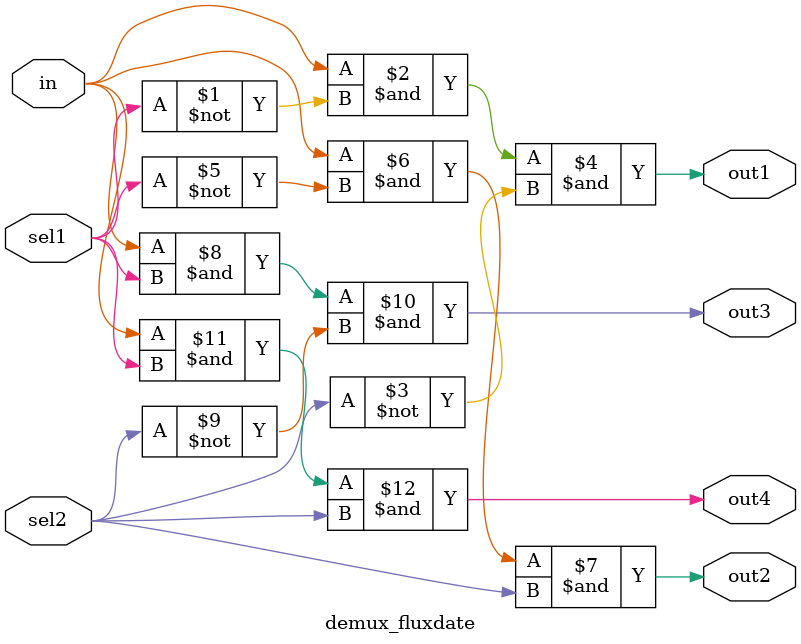
<source format=v>
`timescale 1ns / 1ps
module demux_fluxdate(input in, input sel1, 
	input sel2, output out1, output out2,
	output out3, output out4
    );
	 
	 assign out1 = in & ~sel1 & ~sel2;
	 assign out2 = in & ~sel1 & sel2;
	 assign out3 = in & sel1 & ~sel2;
	 assign out4 = in & sel1 & sel2;


endmodule

</source>
